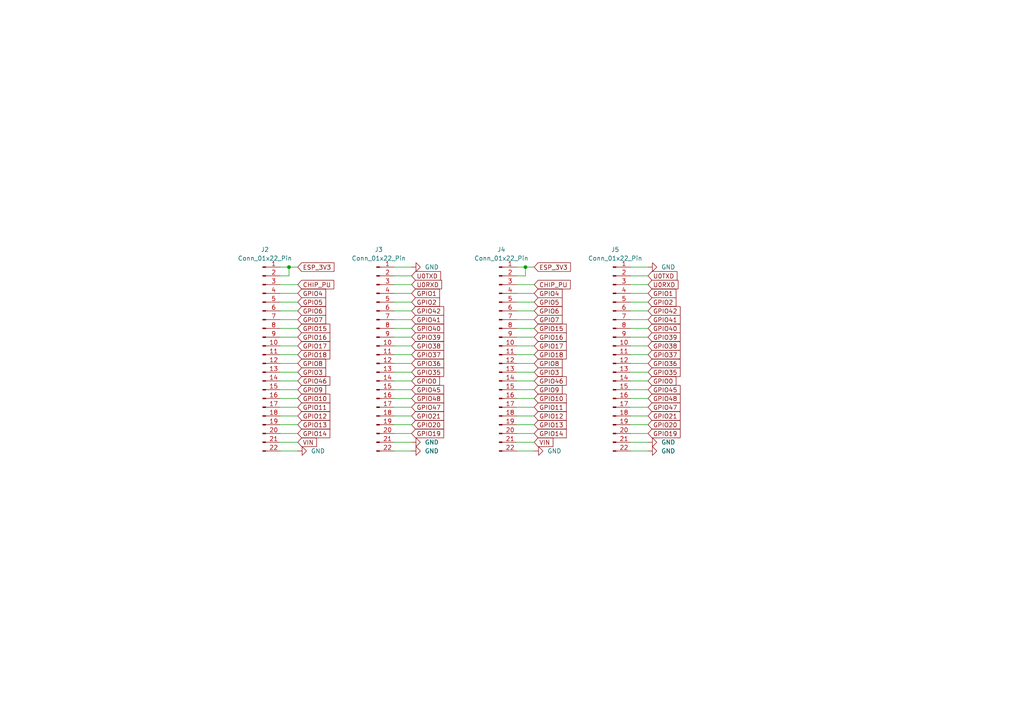
<source format=kicad_sch>
(kicad_sch (version 20231120) (generator "eeschema") (generator_version "8.0")
  (paper "A4")
  (lib_symbols
    (symbol "Connector:Conn_01x22_Pin" (pin_names (offset 1.016) hide)
      (property "Reference" "J" (at 0 27.94 0))
      (property "Value" "Conn_01x22_Pin" (at 0 -30.48 0))
      (symbol "Conn_01x22_Pin_1_1"
        (polyline (pts (xy 1.27 -27.94) (xy 0.8636 -27.94)) (stroke (width 0.1524)))
        (polyline (pts (xy 1.27 -25.4) (xy 0.8636 -25.4)) (stroke (width 0.1524)))
        (polyline (pts (xy 1.27 -22.86) (xy 0.8636 -22.86)) (stroke (width 0.1524)))
        (polyline (pts (xy 1.27 -20.32) (xy 0.8636 -20.32)) (stroke (width 0.1524)))
        (polyline (pts (xy 1.27 -17.78) (xy 0.8636 -17.78)) (stroke (width 0.1524)))
        (polyline (pts (xy 1.27 -15.24) (xy 0.8636 -15.24)) (stroke (width 0.1524)))
        (polyline (pts (xy 1.27 -12.7) (xy 0.8636 -12.7)) (stroke (width 0.1524)))
        (polyline (pts (xy 1.27 -10.16) (xy 0.8636 -10.16)) (stroke (width 0.1524)))
        (polyline (pts (xy 1.27 -7.62) (xy 0.8636 -7.62)) (stroke (width 0.1524)))
        (polyline (pts (xy 1.27 -5.08) (xy 0.8636 -5.08)) (stroke (width 0.1524)))
        (polyline (pts (xy 1.27 -2.54) (xy 0.8636 -2.54)) (stroke (width 0.1524)))
        (polyline (pts (xy 1.27 0) (xy 0.8636 0)) (stroke (width 0.1524)))
        (polyline (pts (xy 1.27 2.54) (xy 0.8636 2.54)) (stroke (width 0.1524)))
        (polyline (pts (xy 1.27 5.08) (xy 0.8636 5.08)) (stroke (width 0.1524)))
        (polyline (pts (xy 1.27 7.62) (xy 0.8636 7.62)) (stroke (width 0.1524)))
        (polyline (pts (xy 1.27 10.16) (xy 0.8636 10.16)) (stroke (width 0.1524)))
        (polyline (pts (xy 1.27 12.7) (xy 0.8636 12.7)) (stroke (width 0.1524)))
        (polyline (pts (xy 1.27 15.24) (xy 0.8636 15.24)) (stroke (width 0.1524)))
        (polyline (pts (xy 1.27 17.78) (xy 0.8636 17.78)) (stroke (width 0.1524)))
        (polyline (pts (xy 1.27 20.32) (xy 0.8636 20.32)) (stroke (width 0.1524)))
        (polyline (pts (xy 1.27 22.86) (xy 0.8636 22.86)) (stroke (width 0.1524)))
        (polyline (pts (xy 1.27 25.4) (xy 0.8636 25.4)) (stroke (width 0.1524)))
        (rectangle (start 0.8636 -27.813) (end 0 -28.067) (stroke (width 0.1524)) (fill (type outline)))
        (rectangle (start 0.8636 -25.273) (end 0 -25.527) (stroke (width 0.1524)) (fill (type outline)))
        (rectangle (start 0.8636 -22.733) (end 0 -22.987) (stroke (width 0.1524)) (fill (type outline)))
        (rectangle (start 0.8636 -20.193) (end 0 -20.447) (stroke (width 0.1524)) (fill (type outline)))
        (rectangle (start 0.8636 -17.653) (end 0 -17.907) (stroke (width 0.1524)) (fill (type outline)))
        (rectangle (start 0.8636 -15.113) (end 0 -15.367) (stroke (width 0.1524)) (fill (type outline)))
        (rectangle (start 0.8636 -12.573) (end 0 -12.827) (stroke (width 0.1524)) (fill (type outline)))
        (rectangle (start 0.8636 -10.033) (end 0 -10.287) (stroke (width 0.1524)) (fill (type outline)))
        (rectangle (start 0.8636 -7.493) (end 0 -7.747) (stroke (width 0.1524)) (fill (type outline)))
        (rectangle (start 0.8636 -4.953) (end 0 -5.207) (stroke (width 0.1524)) (fill (type outline)))
        (rectangle (start 0.8636 -2.413) (end 0 -2.667) (stroke (width 0.1524)) (fill (type outline)))
        (rectangle (start 0.8636 0.127) (end 0 -0.127) (stroke (width 0.1524)) (fill (type outline)))
        (rectangle (start 0.8636 2.667) (end 0 2.413) (stroke (width 0.1524)) (fill (type outline)))
        (rectangle (start 0.8636 5.207) (end 0 4.953) (stroke (width 0.1524)) (fill (type outline)))
        (rectangle (start 0.8636 7.747) (end 0 7.493) (stroke (width 0.1524)) (fill (type outline)))
        (rectangle (start 0.8636 10.287) (end 0 10.033) (stroke (width 0.1524)) (fill (type outline)))
        (rectangle (start 0.8636 12.827) (end 0 12.573) (stroke (width 0.1524)) (fill (type outline)))
        (rectangle (start 0.8636 15.367) (end 0 15.113) (stroke (width 0.1524)) (fill (type outline)))
        (rectangle (start 0.8636 17.907) (end 0 17.653) (stroke (width 0.1524)) (fill (type outline)))
        (rectangle (start 0.8636 20.447) (end 0 20.193) (stroke (width 0.1524)) (fill (type outline)))
        (rectangle (start 0.8636 22.987) (end 0 22.733) (stroke (width 0.1524)) (fill (type outline)))
        (rectangle (start 0.8636 25.527) (end 0 25.273) (stroke (width 0.1524)) (fill (type outline)))
        (pin passive line (at 5.08 25.4 180) (length 3.81) (name "Pin_1") (number "1"))
        (pin passive line (at 5.08 2.54 180) (length 3.81) (name "Pin_10") (number "10"))
        (pin passive line (at 5.08 0 180) (length 3.81) (name "Pin_11") (number "11"))
        (pin passive line (at 5.08 -2.54 180) (length 3.81) (name "Pin_12") (number "12"))
        (pin passive line (at 5.08 -5.08 180) (length 3.81) (name "Pin_13") (number "13"))
        (pin passive line (at 5.08 -7.62 180) (length 3.81) (name "Pin_14") (number "14"))
        (pin passive line (at 5.08 -10.16 180) (length 3.81) (name "Pin_15") (number "15"))
        (pin passive line (at 5.08 -12.7 180) (length 3.81) (name "Pin_16") (number "16"))
        (pin passive line (at 5.08 -15.24 180) (length 3.81) (name "Pin_17") (number "17"))
        (pin passive line (at 5.08 -17.78 180) (length 3.81) (name "Pin_18") (number "18"))
        (pin passive line (at 5.08 -20.32 180) (length 3.81) (name "Pin_19") (number "19"))
        (pin passive line (at 5.08 22.86 180) (length 3.81) (name "Pin_2") (number "2"))
        (pin passive line (at 5.08 -22.86 180) (length 3.81) (name "Pin_20") (number "20"))
        (pin passive line (at 5.08 -25.4 180) (length 3.81) (name "Pin_21") (number "21"))
        (pin passive line (at 5.08 -27.94 180) (length 3.81) (name "Pin_22") (number "22"))
        (pin passive line (at 5.08 20.32 180) (length 3.81) (name "Pin_3") (number "3"))
        (pin passive line (at 5.08 17.78 180) (length 3.81) (name "Pin_4") (number "4"))
        (pin passive line (at 5.08 15.24 180) (length 3.81) (name "Pin_5") (number "5"))
        (pin passive line (at 5.08 12.7 180) (length 3.81) (name "Pin_6") (number "6"))
        (pin passive line (at 5.08 10.16 180) (length 3.81) (name "Pin_7") (number "7"))
        (pin passive line (at 5.08 7.62 180) (length 3.81) (name "Pin_8") (number "8"))
        (pin passive line (at 5.08 5.08 180) (length 3.81) (name "Pin_9") (number "9"))
      )
    )
    (symbol "power:GND" (power) (pin_names (offset 0))
      (property "Value" "GND" (at 0 -3.81 0))
      (symbol "GND_0_1"
        (polyline (pts (xy 0 0) (xy 0 -1.27) (xy 1.27 -1.27) (xy 0 -2.54) (xy -1.27 -1.27) (xy 0 -1.27)))
      )
      (symbol "GND_1_1"
        (pin power_in line (at 0 0 270) (length 0) hide (name "GND") (number "1"))
      )
    )
  )
  (junction (at 152.4 77.47))
  (junction (at 83.82 77.47))
  (wire (pts (xy 86.36 120.65) (xy 81.28 120.65)))
  (wire (pts (xy 187.96 123.19) (xy 182.88 123.19)))
  (wire (pts (xy 187.96 82.55) (xy 182.88 82.55)))
  (wire (pts (xy 119.38 125.73) (xy 114.3 125.73)))
  (wire (pts (xy 86.36 95.25) (xy 81.28 95.25)))
  (wire (pts (xy 86.36 90.17) (xy 81.28 90.17)))
  (wire (pts (xy 81.28 80.01) (xy 83.82 80.01)))
  (wire (pts (xy 154.94 90.17) (xy 149.86 90.17)))
  (wire (pts (xy 86.36 115.57) (xy 81.28 115.57)))
  (wire (pts (xy 81.28 77.47) (xy 83.82 77.47)))
  (wire (pts (xy 81.28 82.55) (xy 86.36 82.55)))
  (wire (pts (xy 187.96 95.25) (xy 182.88 95.25)))
  (wire (pts (xy 154.94 128.27) (xy 149.86 128.27)))
  (wire (pts (xy 149.86 77.47) (xy 152.4 77.47)))
  (wire (pts (xy 187.96 85.09) (xy 182.88 85.09)))
  (wire (pts (xy 86.36 110.49) (xy 81.28 110.49)))
  (wire (pts (xy 154.94 102.87) (xy 149.86 102.87)))
  (wire (pts (xy 119.38 120.65) (xy 114.3 120.65)))
  (wire (pts (xy 154.94 95.25) (xy 149.86 95.25)))
  (wire (pts (xy 187.96 118.11) (xy 182.88 118.11)))
  (wire (pts (xy 119.38 130.81) (xy 114.3 130.81)))
  (wire (pts (xy 152.4 77.47) (xy 154.94 77.47)))
  (wire (pts (xy 182.88 77.47) (xy 187.96 77.47)))
  (wire (pts (xy 152.4 80.01) (xy 152.4 77.47)))
  (wire (pts (xy 86.36 85.09) (xy 81.28 85.09)))
  (wire (pts (xy 149.86 80.01) (xy 152.4 80.01)))
  (wire (pts (xy 114.3 77.47) (xy 119.38 77.47)))
  (wire (pts (xy 149.86 130.81) (xy 154.94 130.81)))
  (wire (pts (xy 187.96 87.63) (xy 182.88 87.63)))
  (wire (pts (xy 86.36 87.63) (xy 81.28 87.63)))
  (wire (pts (xy 119.38 128.27) (xy 114.3 128.27)))
  (wire (pts (xy 119.38 105.41) (xy 114.3 105.41)))
  (wire (pts (xy 187.96 80.01) (xy 182.88 80.01)))
  (wire (pts (xy 154.94 97.79) (xy 149.86 97.79)))
  (wire (pts (xy 119.38 118.11) (xy 114.3 118.11)))
  (wire (pts (xy 154.94 107.95) (xy 149.86 107.95)))
  (wire (pts (xy 119.38 90.17) (xy 114.3 90.17)))
  (wire (pts (xy 86.36 105.41) (xy 81.28 105.41)))
  (wire (pts (xy 86.36 107.95) (xy 81.28 107.95)))
  (wire (pts (xy 154.94 110.49) (xy 149.86 110.49)))
  (wire (pts (xy 187.96 92.71) (xy 182.88 92.71)))
  (wire (pts (xy 154.94 123.19) (xy 149.86 123.19)))
  (wire (pts (xy 119.38 100.33) (xy 114.3 100.33)))
  (wire (pts (xy 119.38 102.87) (xy 114.3 102.87)))
  (wire (pts (xy 187.96 130.81) (xy 182.88 130.81)))
  (wire (pts (xy 119.38 110.49) (xy 114.3 110.49)))
  (wire (pts (xy 119.38 115.57) (xy 114.3 115.57)))
  (wire (pts (xy 119.38 123.19) (xy 114.3 123.19)))
  (wire (pts (xy 187.96 105.41) (xy 182.88 105.41)))
  (wire (pts (xy 119.38 107.95) (xy 114.3 107.95)))
  (wire (pts (xy 86.36 100.33) (xy 81.28 100.33)))
  (wire (pts (xy 86.36 97.79) (xy 81.28 97.79)))
  (wire (pts (xy 83.82 77.47) (xy 86.36 77.47)))
  (wire (pts (xy 81.28 130.81) (xy 86.36 130.81)))
  (wire (pts (xy 119.38 85.09) (xy 114.3 85.09)))
  (wire (pts (xy 86.36 118.11) (xy 81.28 118.11)))
  (wire (pts (xy 187.96 115.57) (xy 182.88 115.57)))
  (wire (pts (xy 187.96 107.95) (xy 182.88 107.95)))
  (wire (pts (xy 86.36 125.73) (xy 81.28 125.73)))
  (wire (pts (xy 86.36 92.71) (xy 81.28 92.71)))
  (wire (pts (xy 149.86 82.55) (xy 154.94 82.55)))
  (wire (pts (xy 154.94 105.41) (xy 149.86 105.41)))
  (wire (pts (xy 154.94 125.73) (xy 149.86 125.73)))
  (wire (pts (xy 86.36 113.03) (xy 81.28 113.03)))
  (wire (pts (xy 187.96 128.27) (xy 182.88 128.27)))
  (wire (pts (xy 154.94 87.63) (xy 149.86 87.63)))
  (wire (pts (xy 187.96 120.65) (xy 182.88 120.65)))
  (wire (pts (xy 154.94 120.65) (xy 149.86 120.65)))
  (wire (pts (xy 154.94 115.57) (xy 149.86 115.57)))
  (wire (pts (xy 119.38 92.71) (xy 114.3 92.71)))
  (wire (pts (xy 154.94 113.03) (xy 149.86 113.03)))
  (wire (pts (xy 83.82 80.01) (xy 83.82 77.47)))
  (wire (pts (xy 187.96 97.79) (xy 182.88 97.79)))
  (wire (pts (xy 119.38 97.79) (xy 114.3 97.79)))
  (wire (pts (xy 154.94 100.33) (xy 149.86 100.33)))
  (wire (pts (xy 154.94 118.11) (xy 149.86 118.11)))
  (wire (pts (xy 86.36 123.19) (xy 81.28 123.19)))
  (wire (pts (xy 187.96 113.03) (xy 182.88 113.03)))
  (wire (pts (xy 187.96 110.49) (xy 182.88 110.49)))
  (wire (pts (xy 187.96 90.17) (xy 182.88 90.17)))
  (wire (pts (xy 187.96 125.73) (xy 182.88 125.73)))
  (wire (pts (xy 86.36 128.27) (xy 81.28 128.27)))
  (wire (pts (xy 187.96 100.33) (xy 182.88 100.33)))
  (wire (pts (xy 154.94 92.71) (xy 149.86 92.71)))
  (wire (pts (xy 154.94 85.09) (xy 149.86 85.09)))
  (wire (pts (xy 119.38 80.01) (xy 114.3 80.01)))
  (wire (pts (xy 119.38 95.25) (xy 114.3 95.25)))
  (wire (pts (xy 119.38 87.63) (xy 114.3 87.63)))
  (wire (pts (xy 119.38 113.03) (xy 114.3 113.03)))
  (wire (pts (xy 119.38 82.55) (xy 114.3 82.55)))
  (wire (pts (xy 86.36 102.87) (xy 81.28 102.87)))
  (wire (pts (xy 187.96 102.87) (xy 182.88 102.87)))
  (global_label "GPIO8" (shape input) (at 86.36 105.41 0) (property "Intersheetrefs" "${INTERSHEET_REFS}" (effects (hide yes))))
  (global_label "GPIO11" (shape input) (at 154.94 118.11 0) (property "Intersheetrefs" "${INTERSHEET_REFS}" (effects (hide yes))))
  (global_label "GPIO15" (shape input) (at 154.94 95.25 0) (property "Intersheetrefs" "${INTERSHEET_REFS}" (effects (hide yes))))
  (global_label "ESP_3V3" (shape input) (at 154.94 77.47 0) (property "Intersheetrefs" "${INTERSHEET_REFS}" (effects (hide yes))))
  (global_label "GPIO48" (shape input) (at 119.38 115.57 0) (property "Intersheetrefs" "${INTERSHEET_REFS}" (effects (hide yes))))
  (global_label "GPIO41" (shape input) (at 187.96 92.71 0) (property "Intersheetrefs" "${INTERSHEET_REFS}" (effects (hide yes))))
  (global_label "GPIO46" (shape input) (at 154.94 110.49 0) (property "Intersheetrefs" "${INTERSHEET_REFS}" (effects (hide yes))))
  (global_label "GPIO13" (shape input) (at 154.94 123.19 0) (property "Intersheetrefs" "${INTERSHEET_REFS}" (effects (hide yes))))
  (global_label "GPIO7" (shape input) (at 86.36 92.71 0) (property "Intersheetrefs" "${INTERSHEET_REFS}" (effects (hide yes))))
  (global_label "CHIP_PU" (shape input) (at 154.94 82.55 0) (property "Intersheetrefs" "${INTERSHEET_REFS}" (effects (hide yes))))
  (global_label "GPIO9" (shape input) (at 154.94 113.03 0) (property "Intersheetrefs" "${INTERSHEET_REFS}" (effects (hide yes))))
  (global_label "GPIO0" (shape input) (at 187.96 110.49 0) (property "Intersheetrefs" "${INTERSHEET_REFS}" (effects (hide yes))))
  (global_label "GPIO19" (shape input) (at 187.96 125.73 0) (property "Intersheetrefs" "${INTERSHEET_REFS}" (effects (hide yes))))
  (global_label "GPIO36" (shape input) (at 187.96 105.41 0) (property "Intersheetrefs" "${INTERSHEET_REFS}" (effects (hide yes))))
  (global_label "GPIO5" (shape input) (at 86.36 87.63 0) (property "Intersheetrefs" "${INTERSHEET_REFS}" (effects (hide yes))))
  (global_label "U0TXD" (shape input) (at 119.38 80.01 0) (property "Intersheetrefs" "${INTERSHEET_REFS}" (effects (hide yes))))
  (global_label "GPIO46" (shape input) (at 86.36 110.49 0) (property "Intersheetrefs" "${INTERSHEET_REFS}" (effects (hide yes))))
  (global_label "GPIO11" (shape input) (at 86.36 118.11 0) (property "Intersheetrefs" "${INTERSHEET_REFS}" (effects (hide yes))))
  (global_label "GPIO18" (shape input) (at 86.36 102.87 0) (property "Intersheetrefs" "${INTERSHEET_REFS}" (effects (hide yes))))
  (global_label "VIN" (shape input) (at 154.94 128.27 0) (property "Intersheetrefs" "${INTERSHEET_REFS}" (effects (hide yes))))
  (global_label "GPIO47" (shape input) (at 187.96 118.11 0) (property "Intersheetrefs" "${INTERSHEET_REFS}" (effects (hide yes))))
  (global_label "GPIO17" (shape input) (at 154.94 100.33 0) (property "Intersheetrefs" "${INTERSHEET_REFS}" (effects (hide yes))))
  (global_label "GPIO12" (shape input) (at 154.94 120.65 0) (property "Intersheetrefs" "${INTERSHEET_REFS}" (effects (hide yes))))
  (global_label "GPIO18" (shape input) (at 154.94 102.87 0) (property "Intersheetrefs" "${INTERSHEET_REFS}" (effects (hide yes))))
  (global_label "GPIO17" (shape input) (at 86.36 100.33 0) (property "Intersheetrefs" "${INTERSHEET_REFS}" (effects (hide yes))))
  (global_label "GPIO8" (shape input) (at 154.94 105.41 0) (property "Intersheetrefs" "${INTERSHEET_REFS}" (effects (hide yes))))
  (global_label "GPIO41" (shape input) (at 119.38 92.71 0) (property "Intersheetrefs" "${INTERSHEET_REFS}" (effects (hide yes))))
  (global_label "GPIO1" (shape input) (at 119.38 85.09 0) (property "Intersheetrefs" "${INTERSHEET_REFS}" (effects (hide yes))))
  (global_label "U0TXD" (shape input) (at 187.96 80.01 0) (property "Intersheetrefs" "${INTERSHEET_REFS}" (effects (hide yes))))
  (global_label "GPIO14" (shape input) (at 154.94 125.73 0) (property "Intersheetrefs" "${INTERSHEET_REFS}" (effects (hide yes))))
  (global_label "U0RXD" (shape input) (at 119.38 82.55 0) (property "Intersheetrefs" "${INTERSHEET_REFS}" (effects (hide yes))))
  (global_label "GPIO10" (shape input) (at 86.36 115.57 0) (property "Intersheetrefs" "${INTERSHEET_REFS}" (effects (hide yes))))
  (global_label "GPIO3" (shape input) (at 86.36 107.95 0) (property "Intersheetrefs" "${INTERSHEET_REFS}" (effects (hide yes))))
  (global_label "CHIP_PU" (shape input) (at 86.36 82.55 0) (property "Intersheetrefs" "${INTERSHEET_REFS}" (effects (hide yes))))
  (global_label "GPIO40" (shape input) (at 187.96 95.25 0) (property "Intersheetrefs" "${INTERSHEET_REFS}" (effects (hide yes))))
  (global_label "GPIO2" (shape input) (at 119.38 87.63 0) (property "Intersheetrefs" "${INTERSHEET_REFS}" (effects (hide yes))))
  (global_label "GPIO21" (shape input) (at 119.38 120.65 0) (property "Intersheetrefs" "${INTERSHEET_REFS}" (effects (hide yes))))
  (global_label "GPIO12" (shape input) (at 86.36 120.65 0) (property "Intersheetrefs" "${INTERSHEET_REFS}" (effects (hide yes))))
  (global_label "GPIO20" (shape input) (at 119.38 123.19 0) (property "Intersheetrefs" "${INTERSHEET_REFS}" (effects (hide yes))))
  (global_label "GPIO9" (shape input) (at 86.36 113.03 0) (property "Intersheetrefs" "${INTERSHEET_REFS}" (effects (hide yes))))
  (global_label "GPIO48" (shape input) (at 187.96 115.57 0) (property "Intersheetrefs" "${INTERSHEET_REFS}" (effects (hide yes))))
  (global_label "GPIO39" (shape input) (at 187.96 97.79 0) (property "Intersheetrefs" "${INTERSHEET_REFS}" (effects (hide yes))))
  (global_label "GPIO19" (shape input) (at 119.38 125.73 0) (property "Intersheetrefs" "${INTERSHEET_REFS}" (effects (hide yes))))
  (global_label "GPIO4" (shape input) (at 86.36 85.09 0) (property "Intersheetrefs" "${INTERSHEET_REFS}" (effects (hide yes))))
  (global_label "GPIO38" (shape input) (at 119.38 100.33 0) (property "Intersheetrefs" "${INTERSHEET_REFS}" (effects (hide yes))))
  (global_label "GPIO1" (shape input) (at 187.96 85.09 0) (property "Intersheetrefs" "${INTERSHEET_REFS}" (effects (hide yes))))
  (global_label "GPIO2" (shape input) (at 187.96 87.63 0) (property "Intersheetrefs" "${INTERSHEET_REFS}" (effects (hide yes))))
  (global_label "GPIO45" (shape input) (at 119.38 113.03 0) (property "Intersheetrefs" "${INTERSHEET_REFS}" (effects (hide yes))))
  (global_label "GPIO16" (shape input) (at 154.94 97.79 0) (property "Intersheetrefs" "${INTERSHEET_REFS}" (effects (hide yes))))
  (global_label "U0RXD" (shape input) (at 187.96 82.55 0) (property "Intersheetrefs" "${INTERSHEET_REFS}" (effects (hide yes))))
  (global_label "GPIO42" (shape input) (at 119.38 90.17 0) (property "Intersheetrefs" "${INTERSHEET_REFS}" (effects (hide yes))))
  (global_label "GPIO39" (shape input) (at 119.38 97.79 0) (property "Intersheetrefs" "${INTERSHEET_REFS}" (effects (hide yes))))
  (global_label "GPIO3" (shape input) (at 154.94 107.95 0) (property "Intersheetrefs" "${INTERSHEET_REFS}" (effects (hide yes))))
  (global_label "GPIO35" (shape input) (at 119.38 107.95 0) (property "Intersheetrefs" "${INTERSHEET_REFS}" (effects (hide yes))))
  (global_label "GPIO36" (shape input) (at 119.38 105.41 0) (property "Intersheetrefs" "${INTERSHEET_REFS}" (effects (hide yes))))
  (global_label "GPIO10" (shape input) (at 154.94 115.57 0) (property "Intersheetrefs" "${INTERSHEET_REFS}" (effects (hide yes))))
  (global_label "GPIO4" (shape input) (at 154.94 85.09 0) (property "Intersheetrefs" "${INTERSHEET_REFS}" (effects (hide yes))))
  (global_label "GPIO35" (shape input) (at 187.96 107.95 0) (property "Intersheetrefs" "${INTERSHEET_REFS}" (effects (hide yes))))
  (global_label "GPIO5" (shape input) (at 154.94 87.63 0) (property "Intersheetrefs" "${INTERSHEET_REFS}" (effects (hide yes))))
  (global_label "GPIO16" (shape input) (at 86.36 97.79 0) (property "Intersheetrefs" "${INTERSHEET_REFS}" (effects (hide yes))))
  (global_label "GPIO37" (shape input) (at 187.96 102.87 0) (property "Intersheetrefs" "${INTERSHEET_REFS}" (effects (hide yes))))
  (global_label "GPIO6" (shape input) (at 154.94 90.17 0) (property "Intersheetrefs" "${INTERSHEET_REFS}" (effects (hide yes))))
  (global_label "ESP_3V3" (shape input) (at 86.36 77.47 0) (property "Intersheetrefs" "${INTERSHEET_REFS}" (effects (hide yes))))
  (global_label "GPIO42" (shape input) (at 187.96 90.17 0) (property "Intersheetrefs" "${INTERSHEET_REFS}" (effects (hide yes))))
  (global_label "GPIO7" (shape input) (at 154.94 92.71 0) (property "Intersheetrefs" "${INTERSHEET_REFS}" (effects (hide yes))))
  (global_label "GPIO15" (shape input) (at 86.36 95.25 0) (property "Intersheetrefs" "${INTERSHEET_REFS}" (effects (hide yes))))
  (global_label "GPIO6" (shape input) (at 86.36 90.17 0) (property "Intersheetrefs" "${INTERSHEET_REFS}" (effects (hide yes))))
  (global_label "GPIO37" (shape input) (at 119.38 102.87 0) (property "Intersheetrefs" "${INTERSHEET_REFS}" (effects (hide yes))))
  (global_label "GPIO38" (shape input) (at 187.96 100.33 0) (property "Intersheetrefs" "${INTERSHEET_REFS}" (effects (hide yes))))
  (global_label "GPIO0" (shape input) (at 119.38 110.49 0) (property "Intersheetrefs" "${INTERSHEET_REFS}" (effects (hide yes))))
  (global_label "GPIO21" (shape input) (at 187.96 120.65 0) (property "Intersheetrefs" "${INTERSHEET_REFS}" (effects (hide yes))))
  (global_label "GPIO47" (shape input) (at 119.38 118.11 0) (property "Intersheetrefs" "${INTERSHEET_REFS}" (effects (hide yes))))
  (global_label "GPIO20" (shape input) (at 187.96 123.19 0) (property "Intersheetrefs" "${INTERSHEET_REFS}" (effects (hide yes))))
  (global_label "GPIO40" (shape input) (at 119.38 95.25 0) (property "Intersheetrefs" "${INTERSHEET_REFS}" (effects (hide yes))))
  (global_label "GPIO13" (shape input) (at 86.36 123.19 0) (property "Intersheetrefs" "${INTERSHEET_REFS}" (effects (hide yes))))
  (global_label "GPIO45" (shape input) (at 187.96 113.03 0) (property "Intersheetrefs" "${INTERSHEET_REFS}" (effects (hide yes))))
  (global_label "GPIO14" (shape input) (at 86.36 125.73 0) (property "Intersheetrefs" "${INTERSHEET_REFS}" (effects (hide yes))))
  (global_label "VIN" (shape input) (at 86.36 128.27 0) (property "Intersheetrefs" "${INTERSHEET_REFS}" (effects (hide yes))))
  (symbol (lib_id "Connector:Conn_01x22_Pin") (at 177.8 102.87 0) (unit 1)
    (property "Reference" "J5" (at 178.435 72.39 0))
    (property "Value" "Conn_01x22_Pin" (at 178.435 74.93 0))
    (property "Footprint" "Connector_PinHeader_2.54mm:PinHeader_1x22_P2.54mm_Vertical_SMD_Pin1Left" (effects (hide yes)))
  )
  (symbol (lib_id "power:GND") (at 187.96 128.27 90) (unit 1)
    (property "Reference" "#PWR027" (effects (hide yes)))
    (property "Value" "GND" (at 191.77 128.27 90) (effects (justify right)))
  )
  (symbol (lib_id "Connector:Conn_01x22_Pin") (at 76.2 102.87 0) (unit 1)
    (property "Reference" "J2" (at 76.835 72.39 0))
    (property "Value" "Conn_01x22_Pin" (at 76.835 74.93 0))
    (property "Footprint" "Connector_PinSocket_2.54mm:PinSocket_1x22_P2.54mm_Vertical_SMD_Pin1Left" (effects (hide yes)))
  )
  (symbol (lib_id "power:GND") (at 119.38 128.27 90) (unit 1)
    (property "Reference" "#PWR023" (effects (hide yes)))
    (property "Value" "GND" (at 123.19 128.27 90) (effects (justify right)))
  )
  (symbol (lib_id "power:GND") (at 86.36 130.81 90) (unit 1)
    (property "Reference" "#PWR021" (effects (hide yes)))
    (property "Value" "GND" (at 90.17 130.81 90) (effects (justify right)))
  )
  (symbol (lib_id "power:GND") (at 154.94 130.81 90) (unit 1)
    (property "Reference" "#PWR025" (effects (hide yes)))
    (property "Value" "GND" (at 158.75 130.81 90) (effects (justify right)))
  )
  (symbol (lib_id "Connector:Conn_01x22_Pin") (at 144.78 102.87 0) (unit 1)
    (property "Reference" "J4" (at 145.415 72.39 0))
    (property "Value" "Conn_01x22_Pin" (at 145.415 74.93 0))
    (property "Footprint" "Connector_PinHeader_2.54mm:PinHeader_1x22_P2.54mm_Vertical_SMD_Pin1Right" (effects (hide yes)))
  )
  (symbol (lib_id "Connector:Conn_01x22_Pin") (at 109.22 102.87 0) (unit 1)
    (property "Reference" "J3" (at 109.855 72.39 0))
    (property "Value" "Conn_01x22_Pin" (at 109.855 74.93 0))
    (property "Footprint" "Connector_PinSocket_2.54mm:PinSocket_1x22_P2.54mm_Vertical_SMD_Pin1Right" (effects (hide yes)))
  )
  (symbol (lib_id "power:GND") (at 187.96 77.47 90) (unit 1)
    (property "Reference" "#PWR026" (effects (hide yes)))
    (property "Value" "GND" (at 191.77 77.47 90) (effects (justify right)))
  )
  (symbol (lib_id "power:GND") (at 119.38 77.47 90) (unit 1)
    (property "Reference" "#PWR022" (effects (hide yes)))
    (property "Value" "GND" (at 123.19 77.47 90) (effects (justify right)))
  )
  (symbol (lib_id "power:GND") (at 187.96 130.81 90) (unit 1)
    (property "Reference" "#PWR028" (effects (hide yes)))
    (property "Value" "GND" (at 191.77 130.81 90) (effects (justify right)))
  )
  (symbol (lib_id "power:GND") (at 119.38 130.81 90) (unit 1)
    (property "Reference" "#PWR024" (effects (hide yes)))
    (property "Value" "GND" (at 123.19 130.81 90) (effects (justify right)))
  )
)
</source>
